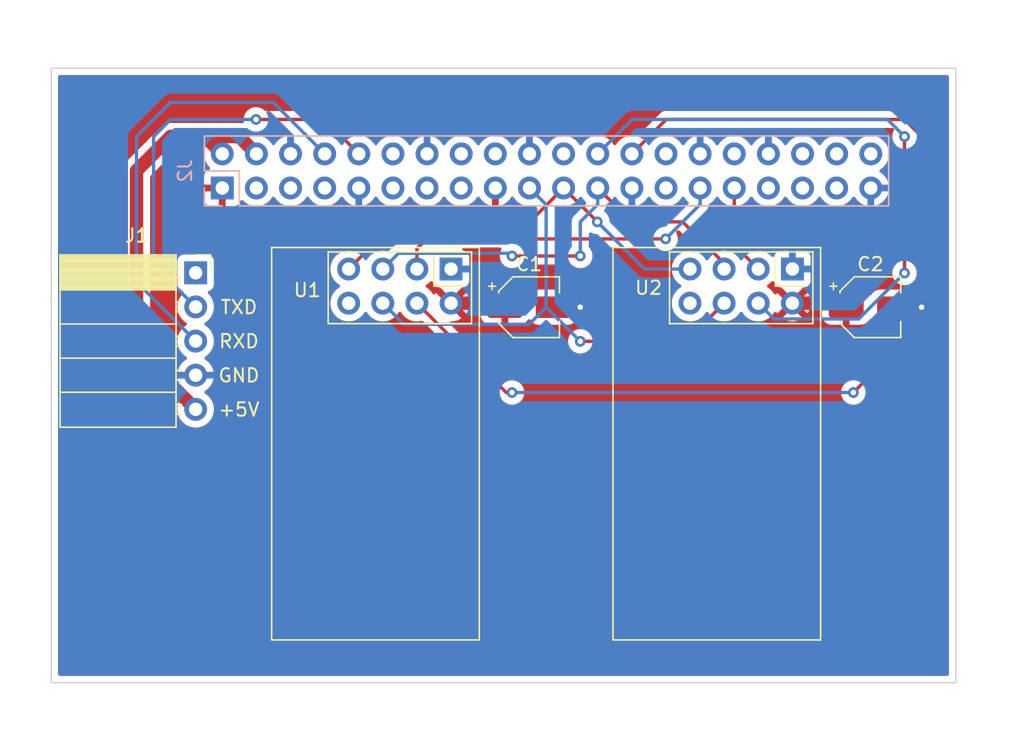
<source format=kicad_pcb>
(kicad_pcb (version 20211014) (generator pcbnew)
  (layers (0 "F.Cu" signal) (31 "B.Cu" signal) (34 "B.Paste" user) (35 "F.Paste" user) (36 "B.SilkS" user "B.Silkscreen") (37 "F.SilkS" user "F.Silkscreen") (38 "B.Mask" user) (39 "F.Mask" user) (44 "Edge.Cuts" user))
  (net 0 "")
  (net 1 "+3V3")
  (net 2 "GND")
  (net 4 "Net-(J1-Pad2)")
  (net 5 "Net-(J1-Pad3)")
  (net 6 "+5V")
  (net 16 "Net-(J2-Pad19)")
  (net 17 "Net-(J2-Pad21)")
  (net 19 "Net-(J2-Pad23)")
  (net 20 "Net-(J2-Pad24)")
  (net 21 "Net-(J2-Pad26)")
  (net 24 "Net-(J2-Pad29)")
  (net 25 "Net-(J2-Pad31)")
  (footprint "RF_Module:nRF24L01_Breakout" (layer "F.Cu") (at 119.925 75.9 -90)
    (fp_text reference "U1" (at 1.57 10.705 180) (layer "F.SilkS"))
    (fp_text value "NRF24L01_Breakout")
    (fp_line (start -1.6 -2.1) (end -1.6 -2.1) (layer "F.SilkS") (width 0.12))
    (fp_line (start 27.6 -2.1) (end 27.6 13.35) (layer "F.SilkS") (width 0.12))
    (fp_line (start 27.6 13.35) (end -1.6 13.35) (layer "F.SilkS") (width 0.12))
    (fp_line (start 1.27 -1.016) (end 1.27 1.27) (layer "F.SilkS") (width 0.12))
    (fp_line (start 4.064 9.144) (end -1.27 9.144) (layer "F.SilkS") (width 0.12))
    (fp_line (start -1.27 9.144) (end -1.27 9.144) (layer "F.SilkS") (width 0.12))
    (fp_line (start 1.27 1.27) (end -1.016 1.27) (layer "F.SilkS") (width 0.12))
    (fp_line (start -1.6 -2.1) (end 27.6 -2.1) (layer "F.SilkS") (width 0.12))
    (fp_line (start -1.016 1.27) (end -1.016 1.27) (layer "F.SilkS") (width 0.12))
    (fp_line (start -1.6 13.35) (end -1.6 -2.1) (layer "F.SilkS") (width 0.12))
    (fp_line (start 4.064 -1.524) (end 4.064 9.144) (layer "F.SilkS") (width 0.12))
    (fp_line (start -1.27 -1.524) (end -1.27 -1.524) (layer "F.SilkS") (width 0.12))
    (fp_line (start -1.27 9.144) (end -1.27 -1.524) (layer "F.SilkS") (width 0.12))
    (fp_line (start -1.27 -1.524) (end 4.064 -1.524) (layer "F.SilkS") (width 0.12))
    (pad "1" thru_hole rect (at 0 0 270) (size 1.7 1.7) (drill 1) (layers *.Cu *.Mask) (net 2 "GND"))
    (pad "2" thru_hole circle (at 2.54 0 270) (size 1.7 1.7) (drill 1) (layers *.Cu *.Mask) (net 1 "+3V3"))
    (pad "3" thru_hole circle (at 0 2.54 270) (size 1.7 1.7) (drill 1) (layers *.Cu *.Mask) (net 24 "Net-(J2-Pad29)"))
    (pad "4" thru_hole circle (at 2.54 2.54 270) (size 1.7 1.7) (drill 1) (layers *.Cu *.Mask) (net 21 "Net-(J2-Pad26)"))
    (pad "5" thru_hole circle (at 0 5.08 270) (size 1.7 1.7) (drill 1) (layers *.Cu *.Mask) (net 19 "Net-(J2-Pad23)"))
    (pad "6" thru_hole circle (at 2.54 5.08 270) (size 1.7 1.7) (drill 1) (layers *.Cu *.Mask) (net 16 "Net-(J2-Pad19)"))
    (pad "7" thru_hole circle (at 0 7.62 270) (size 1.7 1.7) (drill 1) (layers *.Cu *.Mask) (net 17 "Net-(J2-Pad21)"))
    (pad "8" thru_hole circle (at 2.54 7.62 270) (size 1.7 1.7) (drill 1) (layers *.Cu *.Mask))
  )
  (footprint "Capacitor_SMD:CP_Elec_4x5.4" (layer "F.Cu") (at 125.73 78.74)
    (fp_text reference "C1" (at 0 -3.2) (layer "F.SilkS"))
    (fp_text value "10 uF")
    (fp_line (start 2.26 -2.26) (end 2.26 -1.06) (layer "F.SilkS") (width 0.12))
    (fp_line (start -3 -1.56) (end -2.5 -1.56) (layer "F.SilkS") (width 0.12))
    (fp_line (start -2.26 1.195563) (end -2.26 1.06) (layer "F.SilkS") (width 0.12))
    (fp_line (start -2.75 -1.81) (end -2.75 -1.31) (layer "F.SilkS") (width 0.12))
    (fp_line (start -1.195563 2.26) (end 2.26 2.26) (layer "F.SilkS") (width 0.12))
    (fp_line (start -1.195563 -2.26) (end 2.26 -2.26) (layer "F.SilkS") (width 0.12))
    (fp_line (start -2.26 -1.195563) (end -1.195563 -2.26) (layer "F.SilkS") (width 0.12))
    (fp_line (start 2.26 2.26) (end 2.26 1.06) (layer "F.SilkS") (width 0.12))
    (fp_line (start -2.26 1.195563) (end -1.195563 2.26) (layer "F.SilkS") (width 0.12))
    (fp_line (start -2.26 -1.195563) (end -2.26 -1.06) (layer "F.SilkS") (width 0.12))
    (pad "1" smd roundrect (at -1.8 0) (size 2.6 1.6) (layers "F.Cu" "F.Paste" "F.Mask") (roundrect_rratio 0.15625) (net 1 "+3V3"))
    (pad "2" smd roundrect (at 1.8 0) (size 2.6 1.6) (layers "F.Cu" "F.Paste" "F.Mask") (roundrect_rratio 0.15625) (net 2 "GND"))
  )
  (footprint "Capacitor_SMD:CP_Elec_4x5.4" (layer "F.Cu") (at 151.13 78.74)
    (fp_text reference "C2" (at 0 -3.2) (layer "F.SilkS"))
    (fp_text value "10 uF")
    (fp_line (start -2.26 -1.195563) (end -2.26 -1.06) (layer "F.SilkS") (width 0.12))
    (fp_line (start -3 -1.56) (end -2.5 -1.56) (layer "F.SilkS") (width 0.12))
    (fp_line (start -2.26 1.195563) (end -1.195563 2.26) (layer "F.SilkS") (width 0.12))
    (fp_line (start 2.26 -2.26) (end 2.26 -1.06) (layer "F.SilkS") (width 0.12))
    (fp_line (start -1.195563 -2.26) (end 2.26 -2.26) (layer "F.SilkS") (width 0.12))
    (fp_line (start -2.26 1.195563) (end -2.26 1.06) (layer "F.SilkS") (width 0.12))
    (fp_line (start 2.26 2.26) (end 2.26 1.06) (layer "F.SilkS") (width 0.12))
    (fp_line (start -1.195563 2.26) (end 2.26 2.26) (layer "F.SilkS") (width 0.12))
    (fp_line (start -2.26 -1.195563) (end -1.195563 -2.26) (layer "F.SilkS") (width 0.12))
    (fp_line (start -2.75 -1.81) (end -2.75 -1.31) (layer "F.SilkS") (width 0.12))
    (pad "1" smd roundrect (at -1.8 0) (size 2.6 1.6) (layers "F.Cu" "F.Paste" "F.Mask") (roundrect_rratio 0.15625) (net 1 "+3V3"))
    (pad "2" smd roundrect (at 1.8 0) (size 2.6 1.6) (layers "F.Cu" "F.Paste" "F.Mask") (roundrect_rratio 0.15625) (net 2 "GND"))
  )
  (footprint "RF_Module:nRF24L01_Breakout" (layer "F.Cu") (at 145.325 75.9 -90)
    (fp_text reference "U2" (at 1.397 10.705 180) (layer "F.SilkS"))
    (fp_text value "NRF24L01_Breakout")
    (fp_line (start -1.6 -2.1) (end 27.6 -2.1) (layer "F.SilkS") (width 0.12))
    (fp_line (start -1.27 -1.524) (end 4.064 -1.524) (layer "F.SilkS") (width 0.12))
    (fp_line (start 4.064 9.144) (end -1.27 9.144) (layer "F.SilkS") (width 0.12))
    (fp_line (start -1.27 9.144) (end -1.27 9.144) (layer "F.SilkS") (width 0.12))
    (fp_line (start 4.064 -1.524) (end 4.064 9.144) (layer "F.SilkS") (width 0.12))
    (fp_line (start -1.27 9.144) (end -1.27 -1.524) (layer "F.SilkS") (width 0.12))
    (fp_line (start -1.016 1.27) (end -1.016 1.27) (layer "F.SilkS") (width 0.12))
    (fp_line (start -1.27 -1.524) (end -1.27 -1.524) (layer "F.SilkS") (width 0.12))
    (fp_line (start 27.6 -2.1) (end 27.6 13.35) (layer "F.SilkS") (width 0.12))
    (fp_line (start -1.6 -2.1) (end -1.6 -2.1) (layer "F.SilkS") (width 0.12))
    (fp_line (start -1.6 13.35) (end -1.6 -2.1) (layer "F.SilkS") (width 0.12))
    (fp_line (start 1.27 1.27) (end -1.016 1.27) (layer "F.SilkS") (width 0.12))
    (fp_line (start 27.6 13.35) (end -1.6 13.35) (layer "F.SilkS") (width 0.12))
    (fp_line (start 1.27 -1.016) (end 1.27 1.27) (layer "F.SilkS") (width 0.12))
    (pad "1" thru_hole rect (at 0 0 270) (size 1.7 1.7) (drill 1) (layers *.Cu *.Mask) (net 2 "GND"))
    (pad "2" thru_hole circle (at 2.54 0 270) (size 1.7 1.7) (drill 1) (layers *.Cu *.Mask) (net 1 "+3V3"))
    (pad "3" thru_hole circle (at 0 2.54 270) (size 1.7 1.7) (drill 1) (layers *.Cu *.Mask) (net 25 "Net-(J2-Pad31)"))
    (pad "4" thru_hole circle (at 2.54 2.54 270) (size 1.7 1.7) (drill 1) (layers *.Cu *.Mask) (net 20 "Net-(J2-Pad24)"))
    (pad "5" thru_hole circle (at 0 5.08 270) (size 1.7 1.7) (drill 1) (layers *.Cu *.Mask) (net 19 "Net-(J2-Pad23)"))
    (pad "6" thru_hole circle (at 2.54 5.08 270) (size 1.7 1.7) (drill 1) (layers *.Cu *.Mask) (net 16 "Net-(J2-Pad19)"))
    (pad "7" thru_hole circle (at 0 7.62 270) (size 1.7 1.7) (drill 1) (layers *.Cu *.Mask) (net 17 "Net-(J2-Pad21)"))
    (pad "8" thru_hole circle (at 2.54 7.62 270) (size 1.7 1.7) (drill 1) (layers *.Cu *.Mask))
  )
  (footprint "Connector_PinSocket_2.54mm:PinSocket_1x05_P2.54mm_Horizontal" (layer "F.Cu") (at 100.92 76.18)
    (fp_text reference "J1" (at -4.38 -2.77) (layer "F.SilkS"))
    (fp_text value "UART")
    (fp_line (start -1.46 2.9) (end -1.05 2.9) (layer "F.SilkS") (width 0.12))
    (fp_line (start -10.09 0.089045) (end -1.46 0.089045) (layer "F.SilkS") (width 0.12))
    (fp_line (start -10.09 -1.21) (end -1.46 -1.21) (layer "F.SilkS") (width 0.12))
    (fp_line (start -10.09 -1.33) (end -1.46 -1.33) (layer "F.SilkS") (width 0.12))
    (fp_line (start -10.09 -1.091905) (end -1.46 -1.091905) (layer "F.SilkS") (width 0.12))
    (fp_line (start -1.46 7.26) (end -1.05 7.26) (layer "F.SilkS") (width 0.12))
    (fp_line (start -10.09 0.561425) (end -1.46 0.561425) (layer "F.SilkS") (width 0.12))
    (fp_line (start -10.09 6.35) (end -1.46 6.35) (layer "F.SilkS") (width 0.12))
    (fp_line (start -10.09 3.81) (end -1.46 3.81) (layer "F.SilkS") (width 0.12))
    (fp_line (start -10.09 0.20714) (end -1.46 0.20714) (layer "F.SilkS") (width 0.12))
    (fp_line (start -10.09 0.797615) (end -1.46 0.797615) (layer "F.SilkS") (width 0.12))
    (fp_line (start -10.09 -0.383335) (end -1.46 -0.383335) (layer "F.SilkS") (width 0.12))
    (fp_line (start -10.09 -0.97381) (end -1.46 -0.97381) (layer "F.SilkS") (width 0.12))
    (fp_line (start -1.46 4.72) (end -1.05 4.72) (layer "F.SilkS") (width 0.12))
    (fp_line (start -10.09 -0.147145) (end -1.46 -0.147145) (layer "F.SilkS") (width 0.12))
    (fp_line (start -1.46 2.18) (end -1.05 2.18) (layer "F.SilkS") (width 0.12))
    (fp_line (start -1.46 10.52) (end -1.05 10.52) (layer "F.SilkS") (width 0.12))
    (fp_line (start -10.09 0.67952) (end -1.46 0.67952) (layer "F.SilkS") (width 0.12))
    (fp_line (start -10.09 -0.619525) (end -1.46 -0.619525) (layer "F.SilkS") (width 0.12))
    (fp_line (start 1.11 -1.33) (end 1.11 0) (layer "F.SilkS") (width 0.12))
    (fp_line (start -10.09 11.49) (end -1.46 11.49) (layer "F.SilkS") (width 0.12))
    (fp_line (start -10.09 -1.33) (end -10.09 11.49) (layer "F.SilkS") (width 0.12))
    (fp_line (start 0 -1.33) (end 1.11 -1.33) (layer "F.SilkS") (width 0.12))
    (fp_line (start -1.46 -0.36) (end -1.11 -0.36) (layer "F.SilkS") (width 0.12))
    (fp_line (start -1.46 7.98) (end -1.05 7.98) (layer "F.SilkS") (width 0.12))
    (fp_line (start -1.46 5.44) (end -1.05 5.44) (layer "F.SilkS") (width 0.12))
    (fp_line (start -10.09 1.033805) (end -1.46 1.033805) (layer "F.SilkS") (width 0.12))
    (fp_line (start -10.09 1.27) (end -1.46 1.27) (layer "F.SilkS") (width 0.12))
    (fp_line (start -10.09 1.1519) (end -1.46 1.1519) (layer "F.SilkS") (width 0.12))
    (fp_line (start -10.09 -0.73762) (end -1.46 -0.73762) (layer "F.SilkS") (width 0.12))
    (fp_line (start -10.09 0.44333) (end -1.46 0.44333) (layer "F.SilkS") (width 0.12))
    (fp_line (start -1.46 0.36) (end -1.11 0.36) (layer "F.SilkS") (width 0.12))
    (fp_line (start -10.09 -0.855715) (end -1.46 -0.855715) (layer "F.SilkS") (width 0.12))
    (fp_line (start -10.09 0.91571) (end -1.46 0.91571) (layer "F.SilkS") (width 0.12))
    (fp_line (start -10.09 -0.50143) (end -1.46 -0.50143) (layer "F.SilkS") (width 0.12))
    (fp_line (start -10.09 0.325235) (end -1.46 0.325235) (layer "F.SilkS") (width 0.12))
    (fp_line (start -10.09 -0.26524) (end -1.46 -0.26524) (layer "F.SilkS") (width 0.12))
    (fp_line (start -10.09 8.89) (end -1.46 8.89) (layer "F.SilkS") (width 0.12))
    (fp_line (start -10.09 -0.02905) (end -1.46 -0.02905) (layer "F.SilkS") (width 0.12))
    (fp_line (start -1.46 9.8) (end -1.05 9.8) (layer "F.SilkS") (width 0.12))
    (fp_line (start -1.46 -1.33) (end -1.46 11.49) (layer "F.SilkS") (width 0.12))
    (pad "1" thru_hole rect (at 0 0) (size 1.7 1.7) (drill 1) (layers *.Cu *.Mask))
    (pad "2" thru_hole oval (at 0 2.54) (size 1.7 1.7) (drill 1) (layers *.Cu *.Mask) (net 4 "Net-(J1-Pad2)"))
    (pad "3" thru_hole oval (at 0 5.08) (size 1.7 1.7) (drill 1) (layers *.Cu *.Mask) (net 5 "Net-(J1-Pad3)"))
    (pad "4" thru_hole oval (at 0 7.62) (size 1.7 1.7) (drill 1) (layers *.Cu *.Mask) (net 2 "GND"))
    (pad "5" thru_hole oval (at 0 10.16) (size 1.7 1.7) (drill 1) (layers *.Cu *.Mask) (net 6 "+5V"))
  )
  (footprint "Connector_PinSocket_2.54mm:PinSocket_2x20_P2.54mm_Vertical" (layer "B.Cu") (at 102.9 69.87 -90)
    (fp_text reference "J2" (at -1.27 2.77 90) (layer "B.SilkS") (effects (justify mirror)))
    (fp_text value "Raspberry_Pi_2_3")
    (fp_line (start -1.27 1.33) (end -1.27 -1.27) (layer "B.SilkS") (width 0.12))
    (fp_line (start -3.87 1.33) (end -3.87 -49.59) (layer "B.SilkS") (width 0.12))
    (fp_line (start 0 1.33) (end 1.33 1.33) (layer "B.SilkS") (width 0.12))
    (fp_line (start 1.33 -1.27) (end 1.33 -49.59) (layer "B.SilkS") (width 0.12))
    (fp_line (start -3.87 -49.59) (end 1.33 -49.59) (layer "B.SilkS") (width 0.12))
    (fp_line (start -1.27 -1.27) (end 1.33 -1.27) (layer "B.SilkS") (width 0.12))
    (fp_line (start 1.33 1.33) (end 1.33 0) (layer "B.SilkS") (width 0.12))
    (fp_line (start -3.87 1.33) (end -1.27 1.33) (layer "B.SilkS") (width 0.12))
    (pad "1" thru_hole rect (at 0 0 270) (size 1.7 1.7) (drill 1) (layers *.Cu *.Mask) (net 1 "+3V3"))
    (pad "2" thru_hole oval (at -2.54 0 270) (size 1.7 1.7) (drill 1) (layers *.Cu *.Mask) (net 6 "+5V"))
    (pad "3" thru_hole oval (at 0 -2.54 270) (size 1.7 1.7) (drill 1) (layers *.Cu *.Mask))
    (pad "4" thru_hole oval (at -2.54 -2.54 270) (size 1.7 1.7) (drill 1) (layers *.Cu *.Mask) (net 6 "+5V"))
    (pad "5" thru_hole oval (at 0 -5.08 270) (size 1.7 1.7) (drill 1) (layers *.Cu *.Mask))
    (pad "6" thru_hole oval (at -2.54 -5.08 270) (size 1.7 1.7) (drill 1) (layers *.Cu *.Mask) (net 2 "GND"))
    (pad "7" thru_hole oval (at 0 -7.62 270) (size 1.7 1.7) (drill 1) (layers *.Cu *.Mask))
    (pad "8" thru_hole oval (at -2.54 -7.62 270) (size 1.7 1.7) (drill 1) (layers *.Cu *.Mask) (net 5 "Net-(J1-Pad3)"))
    (pad "9" thru_hole oval (at 0 -10.16 270) (size 1.7 1.7) (drill 1) (layers *.Cu *.Mask) (net 2 "GND"))
    (pad "10" thru_hole oval (at -2.54 -10.16 270) (size 1.7 1.7) (drill 1) (layers *.Cu *.Mask) (net 4 "Net-(J1-Pad2)"))
    (pad "11" thru_hole oval (at 0 -12.7 270) (size 1.7 1.7) (drill 1) (layers *.Cu *.Mask))
    (pad "12" thru_hole oval (at -2.54 -12.7 270) (size 1.7 1.7) (drill 1) (layers *.Cu *.Mask))
    (pad "13" thru_hole oval (at 0 -15.24 270) (size 1.7 1.7) (drill 1) (layers *.Cu *.Mask))
    (pad "14" thru_hole oval (at -2.54 -15.24 270) (size 1.7 1.7) (drill 1) (layers *.Cu *.Mask) (net 2 "GND"))
    (pad "15" thru_hole oval (at 0 -17.78 270) (size 1.7 1.7) (drill 1) (layers *.Cu *.Mask))
    (pad "16" thru_hole oval (at -2.54 -17.78 270) (size 1.7 1.7) (drill 1) (layers *.Cu *.Mask))
    (pad "17" thru_hole oval (at 0 -20.32 270) (size 1.7 1.7) (drill 1) (layers *.Cu *.Mask) (net 1 "+3V3"))
    (pad "18" thru_hole oval (at -2.54 -20.32 270) (size 1.7 1.7) (drill 1) (layers *.Cu *.Mask))
    (pad "19" thru_hole oval (at 0 -22.86 270) (size 1.7 1.7) (drill 1) (layers *.Cu *.Mask) (net 16 "Net-(J2-Pad19)"))
    (pad "20" thru_hole oval (at -2.54 -22.86 270) (size 1.7 1.7) (drill 1) (layers *.Cu *.Mask) (net 2 "GND"))
    (pad "21" thru_hole oval (at 0 -25.4 270) (size 1.7 1.7) (drill 1) (layers *.Cu *.Mask) (net 17 "Net-(J2-Pad21)"))
    (pad "22" thru_hole oval (at -2.54 -25.4 270) (size 1.7 1.7) (drill 1) (layers *.Cu *.Mask))
    (pad "23" thru_hole oval (at 0 -27.94 270) (size 1.7 1.7) (drill 1) (layers *.Cu *.Mask) (net 19 "Net-(J2-Pad23)"))
    (pad "24" thru_hole oval (at -2.54 -27.94 270) (size 1.7 1.7) (drill 1) (layers *.Cu *.Mask) (net 20 "Net-(J2-Pad24)"))
    (pad "25" thru_hole oval (at 0 -30.48 270) (size 1.7 1.7) (drill 1) (layers *.Cu *.Mask) (net 2 "GND"))
    (pad "26" thru_hole oval (at -2.54 -30.48 270) (size 1.7 1.7) (drill 1) (layers *.Cu *.Mask) (net 21 "Net-(J2-Pad26)"))
    (pad "27" thru_hole oval (at 0 -33.02 270) (size 1.7 1.7) (drill 1) (layers *.Cu *.Mask))
    (pad "28" thru_hole oval (at -2.54 -33.02 270) (size 1.7 1.7) (drill 1) (layers *.Cu *.Mask))
    (pad "29" thru_hole oval (at 0 -35.56 270) (size 1.7 1.7) (drill 1) (layers *.Cu *.Mask) (net 24 "Net-(J2-Pad29)"))
    (pad "30" thru_hole oval (at -2.54 -35.56 270) (size 1.7 1.7) (drill 1) (layers *.Cu *.Mask) (net 2 "GND"))
    (pad "31" thru_hole oval (at 0 -38.1 270) (size 1.7 1.7) (drill 1) (layers *.Cu *.Mask) (net 25 "Net-(J2-Pad31)"))
    (pad "32" thru_hole oval (at -2.54 -38.1 270) (size 1.7 1.7) (drill 1) (layers *.Cu *.Mask))
    (pad "33" thru_hole oval (at 0 -40.64 270) (size 1.7 1.7) (drill 1) (layers *.Cu *.Mask))
    (pad "34" thru_hole oval (at -2.54 -40.64 270) (size 1.7 1.7) (drill 1) (layers *.Cu *.Mask) (net 2 "GND"))
    (pad "35" thru_hole oval (at 0 -43.18 270) (size 1.7 1.7) (drill 1) (layers *.Cu *.Mask))
    (pad "36" thru_hole oval (at -2.54 -43.18 270) (size 1.7 1.7) (drill 1) (layers *.Cu *.Mask))
    (pad "37" thru_hole oval (at 0 -45.72 270) (size 1.7 1.7) (drill 1) (layers *.Cu *.Mask))
    (pad "38" thru_hole oval (at -2.54 -45.72 270) (size 1.7 1.7) (drill 1) (layers *.Cu *.Mask))
    (pad "39" thru_hole oval (at 0 -48.26 270) (size 1.7 1.7) (drill 1) (layers *.Cu *.Mask) (net 2 "GND"))
    (pad "40" thru_hole oval (at -2.54 -48.26 270) (size 1.7 1.7) (drill 1) (layers *.Cu *.Mask))
  )
  (gr_rect (start 90.17 60.96) (end 157.48 106.68) (layer "Edge.Cuts") (width 0.1) (fill none))
  (gr_text "GND" (at 104.14 83.82) (layer "F.SilkS") (effects (font (size 1 1))))
  (gr_text "RXD" (at 104.14 81.28) (layer "F.SilkS") (effects (font (size 1 1))))
  (gr_text "TXD" (at 104.14 78.74) (layer "F.SilkS") (effects (font (size 1 1))))
  (gr_text "+5V" (at 104.14 86.36) (layer "F.SilkS") (effects (font (size 1 1))))
  (segment (start 123.63 78.44) (end 123.93 78.74) (width 1) (layer "F.Cu") (net 1))
  (segment (start 149.03 78.44) (end 149.33 78.74) (width 1) (layer "F.Cu") (net 1))
  (segment (start 145.325 78.44) (end 149.03 78.44) (width 1) (layer "F.Cu") (net 1))
  (segment (start 119.925 78.44) (end 123.63 78.44) (width 1) (layer "F.Cu") (net 1))
  (segment (start 127.53 78.74) (end 129.54 78.74) (width 1) (layer "F.Cu") (net 2))
  (segment (start 152.93 78.74) (end 154.94 78.74) (width 1) (layer "F.Cu") (net 2))
  (via (at 154.94 78.74) (size 0.8) (drill 0.4) (layers "F.Cu" "B.Cu") (net 2))
  (via (at 129.54 78.74) (size 0.8) (drill 0.4) (layers "F.Cu" "B.Cu") (net 2))
  (segment (start 105.41 64.77) (end 110.5 64.77) (width 0.25) (layer "F.Cu") (net 4))
  (segment (start 110.5 64.77) (end 113.06 67.33) (width 0.25) (layer "F.Cu") (net 4))
  (via (at 105.41 64.77) (size 0.8) (drill 0.4) (layers "F.Cu" "B.Cu") (net 4))
  (segment (start 97.79 75.59) (end 97.79 66.04) (width 0.25) (layer "B.Cu") (net 4))
  (segment (start 100.92 78.72) (end 97.79 75.59) (width 0.25) (layer "B.Cu") (net 4))
  (segment (start 97.79 66.04) (end 99.06 64.77) (width 0.25) (layer "B.Cu") (net 4))
  (segment (start 99.06 64.77) (end 105.41 64.77) (width 0.25) (layer "B.Cu") (net 4))
  (segment (start 96.52 76.86) (end 96.52 66.04) (width 0.25) (layer "B.Cu") (net 5))
  (segment (start 100.92 81.26) (end 96.52 76.86) (width 0.25) (layer "B.Cu") (net 5))
  (segment (start 99.06 63.5) (end 106.69 63.5) (width 0.25) (layer "B.Cu") (net 5))
  (segment (start 96.52 66.04) (end 99.06 63.5) (width 0.25) (layer "B.Cu") (net 5))
  (segment (start 106.69 63.5) (end 110.52 67.33) (width 0.25) (layer "B.Cu") (net 5))
  (segment (start 99.06 66.04) (end 101.6 66.04) (width 1) (layer "F.Cu") (net 6))
  (segment (start 104.15 66.04) (end 105.44 67.33) (width 1) (layer "F.Cu") (net 6))
  (segment (start 100.92 86.34) (end 96.52 81.94) (width 1) (layer "F.Cu") (net 6))
  (segment (start 101.61 66.04) (end 102.9 67.33) (width 1) (layer "F.Cu") (net 6))
  (segment (start 96.52 68.58) (end 99.06 66.04) (width 1) (layer "F.Cu") (net 6))
  (segment (start 101.6 66.04) (end 104.15 66.04) (width 1) (layer "F.Cu") (net 6))
  (segment (start 96.52 81.94) (end 96.52 68.58) (width 1) (layer "F.Cu") (net 6))
  (segment (start 101.6 66.04) (end 101.61 66.04) (width 1) (layer "F.Cu") (net 6))
  (segment (start 129.54 81.28) (end 137.405 81.28) (width 0.25) (layer "F.Cu") (net 16))
  (segment (start 137.405 81.28) (end 140.245 78.44) (width 0.25) (layer "F.Cu") (net 16))
  (via (at 129.54 81.28) (size 0.8) (drill 0.4) (layers "F.Cu" "B.Cu") (net 16))
  (segment (start 127 78.74) (end 129.54 81.28) (width 0.25) (layer "B.Cu") (net 16))
  (segment (start 116.415 80.01) (end 114.845 78.44) (width 0.25) (layer "B.Cu") (net 16))
  (segment (start 127 78.74) (end 125.73 80.01) (width 0.25) (layer "B.Cu") (net 16))
  (segment (start 125.73 80.01) (end 116.415 80.01) (width 0.25) (layer "B.Cu") (net 16))
  (segment (start 125.76 69.87) (end 127 71.11) (width 0.25) (layer "B.Cu") (net 16))
  (segment (start 127 71.11) (end 127 78.74) (width 0.25) (layer "B.Cu") (net 16))
  (segment (start 124.96 73.21) (end 114.995 73.21) (width 0.25) (layer "F.Cu") (net 17))
  (segment (start 130.81 72.38) (end 128.3 69.87) (width 0.25) (layer "F.Cu") (net 17))
  (segment (start 130.81 72.39) (end 130.81 72.38) (width 0.25) (layer "F.Cu") (net 17))
  (segment (start 114.995 73.21) (end 112.305 75.9) (width 0.25) (layer "F.Cu") (net 17))
  (segment (start 128.3 69.87) (end 124.96 73.21) (width 0.25) (layer "F.Cu") (net 17))
  (via (at 130.81 72.39) (size 0.8) (drill 0.4) (layers "F.Cu" "B.Cu") (net 17))
  (segment (start 134.32 75.9) (end 130.81 72.39) (width 0.25) (layer "B.Cu") (net 17))
  (segment (start 137.705 75.9) (end 134.32 75.9) (width 0.25) (layer "B.Cu") (net 17))
  (segment (start 133.36 72.39) (end 137.16 72.39) (width 0.25) (layer "F.Cu") (net 19))
  (segment (start 137.16 72.39) (end 140.245 75.475) (width 0.25) (layer "F.Cu") (net 19))
  (segment (start 130.84 69.87) (end 133.36 72.39) (width 0.25) (layer "F.Cu") (net 19))
  (segment (start 140.245 75.475) (end 140.245 75.9) (width 0.25) (layer "F.Cu") (net 19))
  (segment (start 124.46 74.93) (end 129.54 74.93) (width 0.25) (layer "F.Cu") (net 19))
  (via (at 124.46 74.93) (size 0.8) (drill 0.4) (layers "F.Cu" "B.Cu") (net 19))
  (via (at 129.54 74.93) (size 0.8) (drill 0.4) (layers "F.Cu" "B.Cu") (net 19))
  (segment (start 116.02 74.725) (end 124.255 74.725) (width 0.25) (layer "B.Cu") (net 19))
  (segment (start 129.54 74.93) (end 129.54 72.39) (width 0.25) (layer "B.Cu") (net 19))
  (segment (start 114.845 75.9) (end 116.02 74.725) (width 0.25) (layer "B.Cu") (net 19))
  (segment (start 130.84 69.87) (end 130.84 71.09) (width 0.25) (layer "B.Cu") (net 19))
  (segment (start 129.54 72.39) (end 130.81 71.12) (width 0.25) (layer "B.Cu") (net 19))
  (segment (start 153.67 76.2) (end 153.67 66.04) (width 0.25) (layer "F.Cu") (net 20))
  (via (at 153.67 66.04) (size 0.8) (drill 0.4) (layers "F.Cu" "B.Cu") (net 20))
  (via (at 153.67 76.2) (size 0.8) (drill 0.4) (layers "F.Cu" "B.Cu") (net 20))
  (segment (start 142.785 78.44) (end 143.96 79.615) (width 0.25) (layer "B.Cu") (net 20))
  (segment (start 152.4 64.77) (end 133.4 64.77) (width 0.25) (layer "B.Cu") (net 20))
  (segment (start 153.67 66.04) (end 152.4 64.77) (width 0.25) (layer "B.Cu") (net 20))
  (segment (start 150.255 79.615) (end 153.67 76.2) (width 0.25) (layer "B.Cu") (net 20))
  (segment (start 133.4 64.77) (end 130.84 67.33) (width 0.25) (layer "B.Cu") (net 20))
  (segment (start 143.96 79.615) (end 150.255 79.615) (width 0.25) (layer "B.Cu") (net 20))
  (segment (start 135.94 64.77) (end 153.67 64.77) (width 0.25) (layer "F.Cu") (net 21))
  (segment (start 155.765 79.185) (end 149.86 85.09) (width 0.25) (layer "F.Cu") (net 21))
  (segment (start 124.035 85.09) (end 124.46 85.09) (width 0.25) (layer "F.Cu") (net 21))
  (segment (start 155.765 66.865) (end 155.765 79.185) (width 0.25) (layer "F.Cu") (net 21))
  (segment (start 133.38 67.33) (end 135.94 64.77) (width 0.25) (layer "F.Cu") (net 21))
  (segment (start 153.67 64.77) (end 155.765 66.865) (width 0.25) (layer "F.Cu") (net 21))
  (segment (start 117.385 78.44) (end 124.035 85.09) (width 0.25) (layer "F.Cu") (net 21))
  (via (at 149.86 85.09) (size 0.8) (drill 0.4) (layers "F.Cu" "B.Cu") (net 21))
  (via (at 124.46 85.09) (size 0.8) (drill 0.4) (layers "F.Cu" "B.Cu") (net 21))
  (segment (start 124.46 85.09) (end 135.89 85.09) (width 0.25) (layer "B.Cu") (net 21))
  (segment (start 149.86 85.09) (end 135.89 85.09) (width 0.25) (layer "B.Cu") (net 21))
  (segment (start 117.385 74.385) (end 118.11 73.66) (width 0.25) (layer "F.Cu") (net 24))
  (segment (start 118.11 73.66) (end 135.89 73.66) (width 0.25) (layer "F.Cu") (net 24))
  (segment (start 117.385 75.9) (end 117.385 74.385) (width 0.25) (layer "F.Cu") (net 24))
  (via (at 135.89 73.66) (size 0.8) (drill 0.4) (layers "F.Cu" "B.Cu") (net 24))
  (segment (start 138.46 71.09) (end 138.46 69.87) (width 0.25) (layer "B.Cu") (net 24))
  (segment (start 135.89 73.66) (end 138.46 71.09) (width 0.25) (layer "B.Cu") (net 24))
  (segment (start 141 74.115) (end 142.785 75.9) (width 0.25) (layer "F.Cu") (net 25))
  (segment (start 141 69.87) (end 141 74.115) (width 0.25) (layer "F.Cu") (net 25))
  (zone (net 1) (net_name "+3V3") (layer "F.Cu") (connect_pads (clearance 0.508)) (min_thickness 0.254) (fill yes (thermal_gap 0.508) (thermal_bridge_width 0.508))
    (polygon (pts (xy 160.02 109.22) (xy 88.9 109.22) (xy 88.9 58.42) (xy 160.02 58.42)))
  )
  (zone (net 2) (net_name "GND") (layer "B.Cu") (connect_pads (clearance 0.508)) (min_thickness 0.254) (fill yes (thermal_gap 0.508) (thermal_bridge_width 0.508))
    (polygon (pts (xy 162.56 111.76) (xy 86.36 111.76) (xy 86.36 55.88) (xy 162.56 55.88)))
  )
)
</source>
